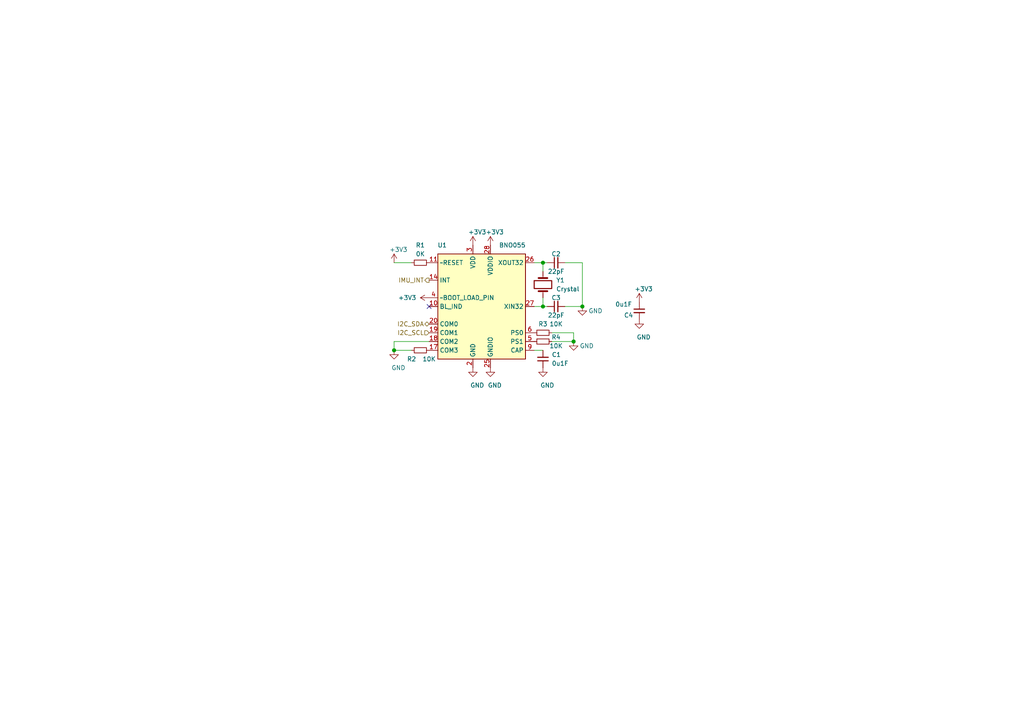
<source format=kicad_sch>
(kicad_sch (version 20210615) (generator eeschema)
  (paper "A4")
  (lib_symbols
    (symbol "Device:C_Small" (pin_numbers hide) (pin_names (offset 0.254) hide)
      (property "Reference" "C" (at 0.254 1.778 0))
      (property "Value" "C_Small" (at 0.254 -2.032 0))
      (symbol "C_Small_0_1"
        (polyline (pts (xy -1.524 -0.508) (xy 1.524 -0.508)) (stroke (width 0.3302)))
        (polyline (pts (xy -1.524 0.508) (xy 1.524 0.508)) (stroke (width 0.3048)))
      )
      (symbol "C_Small_1_1"
        (pin passive line (at 0 2.54 270) (length 2.032) (name "~") (number "1"))
        (pin passive line (at 0 -2.54 90) (length 2.032) (name "~") (number "2"))
      )
    )
    (symbol "Device:Crystal" (pin_numbers hide) (pin_names hide)
      (property "Reference" "Y" (at 0 3.81 0))
      (property "Value" "Crystal" (at 0 -3.81 0))
      (symbol "Crystal_0_1"
        (rectangle (start -1.143 2.54) (end 1.143 -2.54) (stroke (width 0.3048)))
        (polyline (pts (xy -2.54 0) (xy -1.905 0)))
        (polyline (pts (xy -1.905 -1.27) (xy -1.905 1.27)) (stroke (width 0.508)))
        (polyline (pts (xy 1.905 -1.27) (xy 1.905 1.27)) (stroke (width 0.508)))
        (polyline (pts (xy 2.54 0) (xy 1.905 0)))
      )
      (symbol "Crystal_1_1"
        (pin passive line (at -3.81 0 0) (length 1.27) (name "1") (number "1"))
        (pin passive line (at 3.81 0 180) (length 1.27) (name "2") (number "2"))
      )
    )
    (symbol "Device:R_Small" (pin_numbers hide) (pin_names (offset 0.254) hide)
      (property "Reference" "R" (at 0.762 0.508 0))
      (property "Value" "R_Small" (at 0.762 -1.016 0))
      (symbol "R_Small_0_1"
        (rectangle (start -0.762 1.778) (end 0.762 -1.778) (stroke (width 0.2032)))
      )
      (symbol "R_Small_1_1"
        (pin passive line (at 0 2.54 270) (length 0.762) (name "~") (number "1"))
        (pin passive line (at 0 -2.54 90) (length 0.762) (name "~") (number "2"))
      )
    )
    (symbol "Sensor_Motion:BNO055"
      (property "Reference" "U" (at -11.43 16.51 0))
      (property "Value" "BNO055" (at 12.7 16.51 0))
      (symbol "BNO055_0_1"
        (rectangle (start -12.7 15.24) (end 12.7 -15.24) (stroke (width 0.254)) (fill (type background)))
      )
      (symbol "BNO055_1_1"
        (pin no_connect line (at -12.7 10.16 0) (length 2.54) hide (name "PIN1") (number "1"))
        (pin output line (at -15.24 0 0) (length 2.54) (name "BL_IND") (number "10"))
        (pin input line (at -15.24 12.7 0) (length 2.54) (name "~RESET") (number "11"))
        (pin no_connect line (at 12.7 10.16 180) (length 2.54) hide (name "PIN12") (number "12"))
        (pin no_connect line (at 12.7 7.62 180) (length 2.54) hide (name "PIN13") (number "13"))
        (pin output line (at -15.24 7.62 0) (length 2.54) (name "INT") (number "14"))
        (pin passive line (at 2.54 -17.78 90) (length 2.54) hide (name "GNDIO") (number "15"))
        (pin passive line (at 2.54 -17.78 90) (length 2.54) hide (name "GNDIO") (number "16"))
        (pin input line (at -15.24 -12.7 0) (length 2.54) (name "COM3") (number "17"))
        (pin bidirectional line (at -15.24 -10.16 0) (length 2.54) (name "COM2") (number "18"))
        (pin bidirectional line (at -15.24 -7.62 0) (length 2.54) (name "COM1") (number "19"))
        (pin power_in line (at -2.54 -17.78 90) (length 2.54) (name "GND") (number "2"))
        (pin bidirectional line (at -15.24 -5.08 0) (length 2.54) (name "COM0") (number "20"))
        (pin no_connect line (at 12.7 5.08 180) (length 2.54) hide (name "PIN21") (number "21"))
        (pin no_connect line (at 12.7 2.54 180) (length 2.54) hide (name "PIN22") (number "22"))
        (pin no_connect line (at 12.7 -2.54 180) (length 2.54) hide (name "PIN23") (number "23"))
        (pin no_connect line (at 12.7 -5.08 180) (length 2.54) hide (name "PIN24") (number "24"))
        (pin power_in line (at 2.54 -17.78 90) (length 2.54) (name "GNDIO") (number "25"))
        (pin output line (at 15.24 12.7 180) (length 2.54) (name "XOUT32") (number "26"))
        (pin input line (at 15.24 0 180) (length 2.54) (name "XIN32") (number "27"))
        (pin power_in line (at 2.54 17.78 270) (length 2.54) (name "VDDIO") (number "28"))
        (pin power_in line (at -2.54 17.78 270) (length 2.54) (name "VDD") (number "3"))
        (pin input line (at -15.24 2.54 0) (length 2.54) (name "~BOOT_LOAD_PIN") (number "4"))
        (pin input line (at 15.24 -10.16 180) (length 2.54) (name "PS1") (number "5"))
        (pin input line (at 15.24 -7.62 180) (length 2.54) (name "PS0") (number "6"))
        (pin no_connect line (at -12.7 5.08 0) (length 2.54) hide (name "PIN7") (number "7"))
        (pin no_connect line (at -12.7 -2.54 0) (length 2.54) hide (name "PIN8") (number "8"))
        (pin passive line (at 15.24 -12.7 180) (length 2.54) (name "CAP") (number "9"))
      )
    )
    (symbol "power:+3V3" (power) (pin_names (offset 0))
      (property "Value" "+3V3" (at 0 3.556 0))
      (symbol "+3V3_0_1"
        (polyline (pts (xy -0.762 1.27) (xy 0 2.54)))
        (polyline (pts (xy 0 0) (xy 0 2.54)))
        (polyline (pts (xy 0 2.54) (xy 0.762 1.27)))
      )
      (symbol "+3V3_1_1"
        (pin power_in line (at 0 0 90) (length 0) hide (name "+3V3") (number "1"))
      )
    )
    (symbol "power:GND" (power) (pin_names (offset 0))
      (property "Value" "GND" (at 0 -3.81 0))
      (symbol "GND_0_1"
        (polyline (pts (xy 0 0) (xy 0 -1.27) (xy 1.27 -1.27) (xy 0 -2.54) (xy -1.27 -1.27) (xy 0 -1.27)))
      )
      (symbol "GND_1_1"
        (pin power_in line (at 0 0 270) (length 0) hide (name "GND") (number "1"))
      )
    )
  )
  (junction (at 114.3 101.6) (diameter 1.016))
  (junction (at 157.48 76.2) (diameter 1.016))
  (junction (at 157.48 88.9) (diameter 1.016))
  (junction (at 166.37 99.06) (diameter 1.016))
  (junction (at 168.91 88.9) (diameter 1.016))
  (no_connect (at 124.46 88.9))
  (wire (pts (xy 114.3 76.2) (xy 119.38 76.2)))
  (wire (pts (xy 114.3 99.06) (xy 114.3 101.6)))
  (wire (pts (xy 114.3 101.6) (xy 119.38 101.6)))
  (wire (pts (xy 124.46 99.06) (xy 114.3 99.06)))
  (wire (pts (xy 154.94 76.2) (xy 157.48 76.2)))
  (wire (pts (xy 154.94 88.9) (xy 157.48 88.9)))
  (wire (pts (xy 154.94 101.6) (xy 157.48 101.6)))
  (wire (pts (xy 157.48 76.2) (xy 158.75 76.2)))
  (wire (pts (xy 157.48 78.74) (xy 157.48 76.2)))
  (wire (pts (xy 157.48 86.36) (xy 157.48 88.9)))
  (wire (pts (xy 157.48 88.9) (xy 158.75 88.9)))
  (wire (pts (xy 160.02 96.52) (xy 166.37 96.52)))
  (wire (pts (xy 160.02 99.06) (xy 166.37 99.06)))
  (wire (pts (xy 163.83 76.2) (xy 168.91 76.2)))
  (wire (pts (xy 163.83 88.9) (xy 168.91 88.9)))
  (wire (pts (xy 166.37 96.52) (xy 166.37 99.06)))
  (wire (pts (xy 168.91 76.2) (xy 168.91 88.9)))
  (hierarchical_label "IMU_INT" (shape output) (at 124.46 81.28 180))
  (hierarchical_label "I2C_SDA" (shape bidirectional) (at 124.46 93.98 180))
  (hierarchical_label "I2C_SCL" (shape input) (at 124.46 96.52 180))
  (symbol (lib_id "power:+3V3") (at 114.3 76.2 0) (unit 1)
    (property "Reference" "#PWR0111" (effects hide))
    (property "Value" "+3V3" (at 115.57 72.39 0))
  )
  (symbol (lib_id "power:+3V3") (at 124.46 86.36 90) (unit 1)
    (property "Reference" "#PWR0116" (effects hide))
    (property "Value" "+3V3" (at 118.11 86.36 90))
  )
  (symbol (lib_id "power:+3V3") (at 137.16 71.12 0) (unit 1)
    (property "Reference" "#PWR0117" (effects hide))
    (property "Value" "+3V3" (at 138.43 67.31 0))
  )
  (symbol (lib_id "power:+3V3") (at 142.24 71.12 0) (unit 1)
    (property "Reference" "#PWR0115" (effects hide))
    (property "Value" "+3V3" (at 143.51 67.31 0))
  )
  (symbol (lib_id "power:+3V3") (at 185.42 87.63 0) (unit 1)
    (property "Reference" "#PWR0120" (effects hide))
    (property "Value" "+3V3" (at 186.69 83.82 0))
  )
  (symbol (lib_id "power:GND") (at 114.3 101.6 0) (unit 1)
    (property "Reference" "#PWR0112" (effects hide))
    (property "Value" "GND" (at 115.57 106.68 0))
  )
  (symbol (lib_id "power:GND") (at 137.16 106.68 0) (unit 1)
    (property "Reference" "#PWR0113" (effects hide))
    (property "Value" "GND" (at 138.43 111.76 0))
  )
  (symbol (lib_id "power:GND") (at 142.24 106.68 0) (unit 1)
    (property "Reference" "#PWR0114" (effects hide))
    (property "Value" "GND" (at 143.51 111.76 0))
  )
  (symbol (lib_id "power:GND") (at 157.48 106.68 0) (unit 1)
    (property "Reference" "#PWR0110" (effects hide))
    (property "Value" "GND" (at 158.75 111.76 0))
  )
  (symbol (lib_id "power:GND") (at 166.37 99.06 0) (unit 1)
    (property "Reference" "#PWR0118" (effects hide))
    (property "Value" "GND" (at 170.18 100.33 0))
  )
  (symbol (lib_id "power:GND") (at 168.91 88.9 0) (unit 1)
    (property "Reference" "#PWR0119" (effects hide))
    (property "Value" "GND" (at 172.72 90.17 0))
  )
  (symbol (lib_id "power:GND") (at 185.42 92.71 0) (unit 1)
    (property "Reference" "#PWR0121" (effects hide))
    (property "Value" "GND" (at 186.69 97.79 0))
  )
  (symbol (lib_id "Device:R_Small") (at 121.92 76.2 90) (unit 1)
    (property "Reference" "R1" (at 121.92 71.12 90))
    (property "Value" "0K" (at 121.92 73.66 90))
    (property "Footprint" "Resistor_SMD:R_0402_1005Metric" (effects hide))
  )
  (symbol (lib_id "Device:R_Small") (at 121.92 101.6 90) (unit 1)
    (property "Reference" "R2" (at 119.38 104.14 90))
    (property "Value" "10K" (at 124.46 104.14 90))
    (property "Footprint" "Resistor_SMD:R_0402_1005Metric" (effects hide))
  )
  (symbol (lib_id "Device:R_Small") (at 157.48 96.52 90) (unit 1)
    (property "Reference" "R3" (at 157.48 93.98 90))
    (property "Value" "10K" (at 161.29 93.98 90))
    (property "Footprint" "Resistor_SMD:R_0402_1005Metric" (effects hide))
  )
  (symbol (lib_id "Device:R_Small") (at 157.48 99.06 90) (unit 1)
    (property "Reference" "R4" (at 161.29 97.79 90))
    (property "Value" "10K" (at 161.29 100.33 90))
    (property "Footprint" "Resistor_SMD:R_0402_1005Metric" (effects hide))
  )
  (symbol (lib_id "Device:C_Small") (at 157.48 104.14 180) (unit 1)
    (property "Reference" "C1" (at 160.02 102.87 0) (effects (justify right)))
    (property "Value" "0u1F" (at 160.02 105.41 0) (effects (justify right)))
    (property "Footprint" "Capacitor_SMD:C_0402_1005Metric" (effects hide))
  )
  (symbol (lib_id "Device:C_Small") (at 161.29 76.2 90) (unit 1)
    (property "Reference" "C2" (at 161.29 73.66 90))
    (property "Value" "22pF" (at 161.29 78.74 90))
    (property "Footprint" "Capacitor_SMD:C_0402_1005Metric" (effects hide))
  )
  (symbol (lib_id "Device:C_Small") (at 161.29 88.9 90) (unit 1)
    (property "Reference" "C3" (at 161.29 86.36 90))
    (property "Value" "22pF" (at 161.29 91.44 90))
    (property "Footprint" "Capacitor_SMD:C_0402_1005Metric" (effects hide))
  )
  (symbol (lib_id "Device:C_Small") (at 185.42 90.17 0) (unit 1)
    (property "Reference" "C4" (at 180.975 91.44 0) (effects (justify left)))
    (property "Value" "0u1F" (at 178.435 88.265 0) (effects (justify left)))
    (property "Footprint" "Capacitor_SMD:C_0402_1005Metric" (effects hide))
  )
  (symbol (lib_id "Device:Crystal") (at 157.48 82.55 90) (unit 1)
    (property "Reference" "Y1" (at 161.29 81.28 90) (effects (justify right)))
    (property "Value" "Crystal" (at 161.29 83.82 90) (effects (justify right)))
    (property "Footprint" "Crystal:Crystal_SMD_2012-2Pin_2.0x1.2mm_HandSoldering" (effects hide))
  )
  (symbol (lib_id "Sensor_Motion:BNO055") (at 139.7 88.9 0) (unit 1)
    (property "Reference" "U1" (at 128.27 71.12 0))
    (property "Value" "BNO055" (at 148.59 71.12 0))
    (property "Footprint" "Package_LGA:LGA-28_5.2x3.8mm_P0.5mm" (effects hide))
    (property "Datasheet" "https://ae-bst.resource.bosch.com/media/_tech/media/datasheets/BST_BNO055_DS000_14.pdf" (effects hide))
  )
)
</source>
